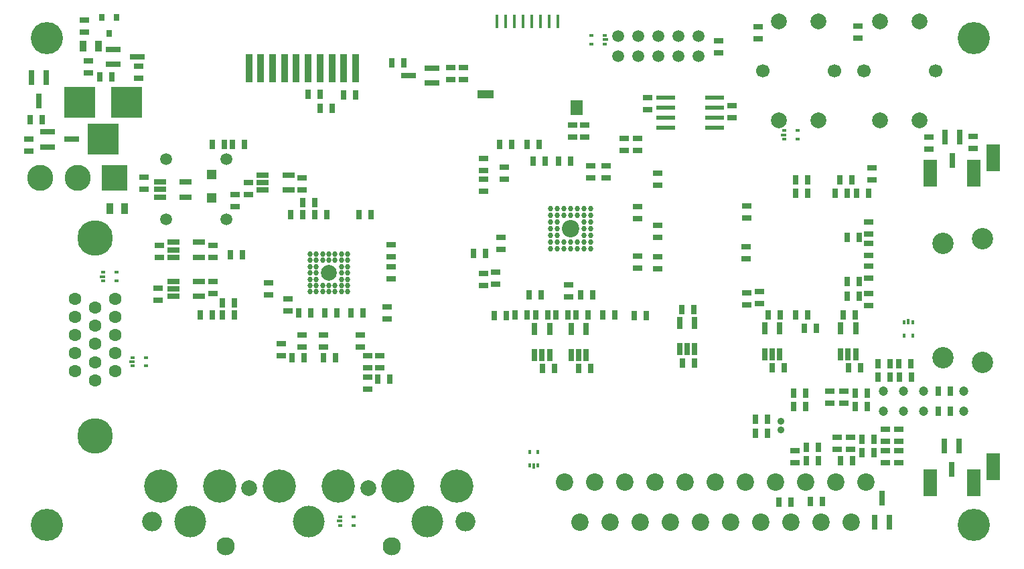
<source format=gbr>
G04 #@! TF.GenerationSoftware,KiCad,Pcbnew,5.1.9+dfsg1-1*
G04 #@! TF.CreationDate,2021-07-22T10:59:42+03:00*
G04 #@! TF.ProjectId,ossc_board,6f737363-5f62-46f6-9172-642e6b696361,rev?*
G04 #@! TF.SameCoordinates,Original*
G04 #@! TF.FileFunction,Soldermask,Bot*
G04 #@! TF.FilePolarity,Negative*
%FSLAX46Y46*%
G04 Gerber Fmt 4.6, Leading zero omitted, Abs format (unit mm)*
G04 Created by KiCad (PCBNEW 5.1.9+dfsg1-1) date 2021-07-22 10:59:42*
%MOMM*%
%LPD*%
G01*
G04 APERTURE LIST*
%ADD10R,0.800000X0.900000*%
%ADD11R,0.500000X0.380000*%
%ADD12R,0.650000X0.300000*%
%ADD13R,0.635000X1.143000*%
%ADD14C,1.500000*%
%ADD15R,0.800000X1.900000*%
%ADD16R,1.560000X0.650000*%
%ADD17C,1.200000*%
%ADD18R,1.143000X0.635000*%
%ADD19R,0.889000X1.397000*%
%ADD20R,1.900000X0.800000*%
%ADD21R,1.300000X1.300000*%
%ADD22R,0.380000X0.500000*%
%ADD23R,0.300000X0.650000*%
%ADD24C,1.506220*%
%ADD25C,4.064000*%
%ADD26R,0.650000X1.560000*%
%ADD27R,1.500000X1.900000*%
%ADD28R,2.000000X1.000000*%
%ADD29R,0.400000X1.750000*%
%ADD30C,1.600000*%
%ADD31C,4.500000*%
%ADD32C,2.200000*%
%ADD33C,1.700000*%
%ADD34C,2.000000*%
%ADD35R,2.350000X0.600000*%
%ADD36C,4.200000*%
%ADD37O,2.500000X2.500000*%
%ADD38C,4.000000*%
%ADD39C,2.300000*%
%ADD40R,4.000000X4.000000*%
%ADD41R,1.700000X3.500000*%
%ADD42C,3.300000*%
%ADD43R,3.300000X3.300000*%
%ADD44R,0.900000X3.600000*%
%ADD45C,0.690000*%
%ADD46C,2.700000*%
%ADD47C,0.900000*%
G04 APERTURE END LIST*
D10*
X18020000Y-17930000D03*
X19920000Y-17930000D03*
X18970000Y-19930000D03*
D11*
X79890000Y-20220000D03*
X79890000Y-21300000D03*
D12*
X81670000Y-20760000D03*
D11*
X81590000Y-21300000D03*
X81590000Y-20220000D03*
X106030000Y-33360000D03*
X106030000Y-32280000D03*
D12*
X104250000Y-32820000D03*
D11*
X104330000Y-32280000D03*
X104330000Y-33360000D03*
D13*
X120362000Y-63480000D03*
X118838000Y-63480000D03*
X120352000Y-61770000D03*
X118828000Y-61770000D03*
D14*
X33804500Y-43509300D03*
X33804500Y-35889300D03*
X26184500Y-35889300D03*
X26184500Y-43509300D03*
D15*
X125560000Y-36060000D03*
X126510000Y-33060000D03*
X124610000Y-33060000D03*
D16*
X28660000Y-40680000D03*
X28660000Y-38780000D03*
X25360000Y-38780000D03*
X25360000Y-39730000D03*
X25360000Y-40680000D03*
D17*
X121920000Y-65250000D03*
X119380000Y-65250000D03*
X116840000Y-65250000D03*
X121920000Y-67790000D03*
X119380000Y-67790000D03*
X116840000Y-67790000D03*
X127000000Y-65250000D03*
X127000000Y-67790000D03*
D13*
X111428000Y-74090000D03*
X112952000Y-74090000D03*
D18*
X117120000Y-70118000D03*
X117120000Y-71642000D03*
D13*
X107078000Y-72380000D03*
X108602000Y-72380000D03*
D18*
X117110000Y-74362000D03*
X117110000Y-72838000D03*
D13*
X117652000Y-63480000D03*
X116128000Y-63480000D03*
X116128000Y-61780000D03*
X117652000Y-61780000D03*
D18*
X8820000Y-33348000D03*
X8820000Y-34872000D03*
D13*
X10532000Y-30910000D03*
X9008000Y-30910000D03*
D18*
X15830000Y-18268000D03*
X15830000Y-19792000D03*
D19*
X17592500Y-21570000D03*
X15687500Y-21570000D03*
D18*
X16310000Y-23418000D03*
X16310000Y-24942000D03*
D13*
X17788000Y-25450000D03*
X19312000Y-25450000D03*
D20*
X11190000Y-34320000D03*
X11190000Y-32420000D03*
X14190000Y-33370000D03*
D15*
X9110000Y-25550000D03*
X11010000Y-25550000D03*
X10060000Y-28550000D03*
D20*
X19490000Y-23890000D03*
X19490000Y-21990000D03*
X22490000Y-22940000D03*
X56816000Y-25317000D03*
X59816000Y-26267000D03*
X59816000Y-24367000D03*
D21*
X31940000Y-40800000D03*
X31940000Y-37800000D03*
D22*
X119450000Y-58260000D03*
X120530000Y-58260000D03*
D23*
X119990000Y-56480000D03*
D22*
X120530000Y-56560000D03*
X119450000Y-56560000D03*
D11*
X18220000Y-51300000D03*
X18220000Y-50220000D03*
D12*
X18140000Y-50760000D03*
D11*
X19920000Y-50220000D03*
X19920000Y-51300000D03*
D15*
X125490000Y-75200000D03*
X126440000Y-72200000D03*
X124540000Y-72200000D03*
D11*
X49870000Y-82260000D03*
X49870000Y-81180000D03*
D12*
X48090000Y-81720000D03*
D11*
X48170000Y-81180000D03*
X48170000Y-82260000D03*
X23660000Y-62080000D03*
X23660000Y-61000000D03*
D12*
X21880000Y-61540000D03*
D11*
X21960000Y-61000000D03*
X21960000Y-62080000D03*
D22*
X73190000Y-72950000D03*
X72110000Y-72950000D03*
D23*
X72650000Y-74730000D03*
D22*
X72110000Y-74650000D03*
X73190000Y-74650000D03*
D15*
X116680000Y-78830000D03*
X115730000Y-81830000D03*
X117630000Y-81830000D03*
D18*
X112690000Y-72662000D03*
X112690000Y-71138000D03*
D13*
X115672000Y-71400000D03*
X114148000Y-71400000D03*
X107078000Y-74080000D03*
X108602000Y-74080000D03*
X114148000Y-73090000D03*
X115672000Y-73090000D03*
X113288000Y-67220000D03*
X114812000Y-67220000D03*
X114812000Y-65480000D03*
X113288000Y-65480000D03*
D18*
X34900000Y-41932000D03*
X34900000Y-40408000D03*
X23380000Y-39712000D03*
X23380000Y-38188000D03*
D24*
X93480000Y-20320000D03*
X93480000Y-22860000D03*
X90940000Y-20320000D03*
X90940000Y-22860000D03*
X88400000Y-20320000D03*
X88400000Y-22860000D03*
X85860000Y-20320000D03*
X85860000Y-22860000D03*
X83320000Y-20320000D03*
X83320000Y-22860000D03*
D25*
X11130000Y-20600000D03*
X11130000Y-82200000D03*
X128300000Y-82200000D03*
X128300000Y-20600000D03*
D16*
X27052000Y-48320100D03*
X27052000Y-47370100D03*
X27052000Y-46420100D03*
X30352000Y-46420100D03*
X30352000Y-48320100D03*
X38336000Y-39812000D03*
X38336000Y-38862000D03*
X38336000Y-37912000D03*
X41636000Y-37912000D03*
X41636000Y-39812000D03*
D26*
X103743800Y-60603400D03*
X102793800Y-60603400D03*
X101843800Y-60603400D03*
X101843800Y-57303400D03*
X103743800Y-57303400D03*
X113340000Y-60603400D03*
X112390000Y-60603400D03*
X111440000Y-60603400D03*
X111440000Y-57303400D03*
X113340000Y-57303400D03*
D16*
X27052000Y-53274000D03*
X27052000Y-52324000D03*
X27052000Y-51374000D03*
X30352000Y-51374000D03*
X30352000Y-53274000D03*
D26*
X74650000Y-60674600D03*
X73700000Y-60674600D03*
X72750000Y-60674600D03*
X72750000Y-57374600D03*
X74650000Y-57374600D03*
X79256000Y-60652600D03*
X78306000Y-60652600D03*
X77356000Y-60652600D03*
X77356000Y-57352600D03*
X79256000Y-57352600D03*
X92984000Y-59928000D03*
X92034000Y-59928000D03*
X91084000Y-59928000D03*
X91084000Y-56628000D03*
X92984000Y-56628000D03*
D27*
X78088000Y-29405000D03*
D28*
X66588000Y-27655000D03*
D29*
X75688000Y-18430000D03*
X74588000Y-18430000D03*
X73488000Y-18430000D03*
X72388000Y-18430000D03*
X71288000Y-18430000D03*
X70188000Y-18430000D03*
X69088000Y-18430000D03*
X67988000Y-18430000D03*
D30*
X17155500Y-59295400D03*
X17155500Y-57005400D03*
X17155500Y-54715400D03*
X19695500Y-62735400D03*
X19695500Y-60445400D03*
X19695500Y-58155400D03*
X19695500Y-55865400D03*
X19695500Y-53575400D03*
X17155500Y-63875400D03*
X17155500Y-61585400D03*
X14615500Y-62735400D03*
X14615500Y-60445400D03*
X14615500Y-58155400D03*
X14615500Y-55865400D03*
X14615500Y-53575400D03*
D31*
X17155500Y-70915400D03*
X17155500Y-45915400D03*
D32*
X112754600Y-81821200D03*
X110849600Y-76741200D03*
X108944600Y-81821200D03*
X107039600Y-76741200D03*
X105134600Y-81821200D03*
X103229600Y-76741200D03*
X101324600Y-81821200D03*
X99419600Y-76741200D03*
X97514600Y-81821200D03*
X95609600Y-76741200D03*
X93704600Y-81821200D03*
X91799600Y-76741200D03*
X78464600Y-81821200D03*
X87989600Y-76741200D03*
X89894600Y-81821200D03*
X84179600Y-76741200D03*
X86084600Y-81821200D03*
X80369600Y-76741200D03*
X82274600Y-81821200D03*
X76559600Y-76741200D03*
X114659600Y-76741200D03*
D33*
X101631000Y-24700000D03*
X110631000Y-24700000D03*
D34*
X108631000Y-30950000D03*
X103631000Y-30950000D03*
X108631000Y-18450000D03*
X103631000Y-18450000D03*
D33*
X114418000Y-24700000D03*
X123418000Y-24700000D03*
D34*
X121418000Y-30950000D03*
X116418000Y-30950000D03*
X121418000Y-18450000D03*
X116418000Y-18450000D03*
D35*
X95490300Y-28104200D03*
X95490300Y-29374200D03*
X95490300Y-30644200D03*
X95490300Y-31914200D03*
X89290300Y-31914200D03*
X89290300Y-30644200D03*
X89290300Y-29374200D03*
X89290300Y-28104200D03*
D36*
X40446000Y-77276200D03*
X47946000Y-77276200D03*
D37*
X24396000Y-81776200D03*
X63996000Y-81776200D03*
D38*
X59196000Y-81776200D03*
X44196000Y-81776200D03*
X29196000Y-81776200D03*
D36*
X32946000Y-77276200D03*
X25446000Y-77276200D03*
X62946000Y-77276200D03*
X55446000Y-77276200D03*
D39*
X54729380Y-84920720D03*
X33662620Y-84920720D03*
D34*
X36696000Y-77576200D03*
X51696000Y-77576200D03*
D40*
X21202140Y-28649000D03*
X15202660Y-28649000D03*
X18202400Y-33348000D03*
D19*
X19037500Y-42110000D03*
X20942500Y-42110000D03*
D18*
X40688600Y-60743200D03*
X40688600Y-59219200D03*
X46060000Y-59700000D03*
X46060000Y-58176000D03*
D13*
X30480000Y-55626000D03*
X32004000Y-55626000D03*
D18*
X81788000Y-38252400D03*
X81788000Y-36728400D03*
X79806800Y-36728400D03*
X79806800Y-38252400D03*
X77089000Y-51790600D03*
X77089000Y-53314600D03*
X87043600Y-29628200D03*
X87043600Y-28104200D03*
X96000000Y-22462000D03*
X96000000Y-20938000D03*
X77567000Y-33111000D03*
X77567000Y-31587000D03*
X79116000Y-33111000D03*
X79116000Y-31587000D03*
X97686200Y-30618800D03*
X97686200Y-29094800D03*
D13*
X113438000Y-40200000D03*
X114962000Y-40200000D03*
D18*
X22730000Y-25672000D03*
X22730000Y-24148000D03*
X41564900Y-53593100D03*
X41564900Y-55117100D03*
D13*
X112230000Y-53221000D03*
X113754000Y-53221000D03*
X112227000Y-51407000D03*
X113751000Y-51407000D03*
X112235000Y-45811000D03*
X113759000Y-45811000D03*
X34572000Y-34046000D03*
X36096000Y-34046000D03*
D18*
X113629000Y-19004000D03*
X113629000Y-20528000D03*
X100988000Y-19157000D03*
X100988000Y-20681000D03*
D13*
X34300500Y-48017800D03*
X35824500Y-48017800D03*
D18*
X63749000Y-24315000D03*
X63749000Y-25839000D03*
X53142000Y-62271000D03*
X53142000Y-60747000D03*
D13*
X54483000Y-63764000D03*
X52959000Y-63764000D03*
D18*
X62133000Y-24323000D03*
X62133000Y-25847000D03*
D13*
X56232000Y-23694000D03*
X54708000Y-23694000D03*
D18*
X115410000Y-38482000D03*
X115410000Y-36958000D03*
D13*
X42111000Y-60997200D03*
X43635000Y-60997200D03*
X46073400Y-60997200D03*
X47597400Y-60997200D03*
X42926000Y-55372000D03*
X44450000Y-55372000D03*
X49530000Y-55372000D03*
X51054000Y-55372000D03*
X46228000Y-55372000D03*
X47752000Y-55372000D03*
D18*
X54102000Y-56134000D03*
X54102000Y-54610000D03*
D13*
X33274000Y-55626000D03*
X34798000Y-55626000D03*
X33274000Y-54102000D03*
X34798000Y-54102000D03*
D18*
X39116000Y-51562000D03*
X39116000Y-53086000D03*
X54610000Y-51054000D03*
X54610000Y-49530000D03*
X54610000Y-48260000D03*
X54610000Y-46736000D03*
D13*
X33490000Y-34046000D03*
X31966000Y-34046000D03*
X52070000Y-42926000D03*
X50546000Y-42926000D03*
X43434000Y-41402000D03*
X44958000Y-41402000D03*
X46482000Y-42926000D03*
X44958000Y-42926000D03*
X45659000Y-29444000D03*
X47183000Y-29444000D03*
X50137400Y-27761300D03*
X48613400Y-27761300D03*
D18*
X25296200Y-46824000D03*
X25296200Y-48348000D03*
X36593000Y-40401000D03*
X36593000Y-38877000D03*
X32065300Y-48309900D03*
X32065300Y-46785900D03*
X43365000Y-39807000D03*
X43365000Y-38283000D03*
X25187000Y-53777000D03*
X25187000Y-52253000D03*
X84115000Y-34773000D03*
X84115000Y-33249000D03*
D13*
X77262000Y-36100000D03*
X75738000Y-36100000D03*
X71838000Y-34061000D03*
X73362000Y-34061000D03*
X69863000Y-34064000D03*
X68339000Y-34064000D03*
D18*
X85786000Y-34768000D03*
X85786000Y-33244000D03*
D13*
X74062000Y-36100000D03*
X72538000Y-36100000D03*
D18*
X66300000Y-35838000D03*
X66300000Y-37362000D03*
X88300000Y-39162000D03*
X88300000Y-37638000D03*
X66300000Y-39962000D03*
X66300000Y-38438000D03*
X68524000Y-45796000D03*
X68524000Y-47320000D03*
X88300000Y-45762000D03*
X88300000Y-44238000D03*
D13*
X44117600Y-27710500D03*
X45641600Y-27710500D03*
D18*
X85800000Y-49662000D03*
X85800000Y-48138000D03*
X88300000Y-49762000D03*
X88300000Y-48238000D03*
X66300000Y-51862000D03*
X66300000Y-50338000D03*
D13*
X85338000Y-55700000D03*
X86862000Y-55700000D03*
X78538000Y-53100000D03*
X80062000Y-53100000D03*
X72038000Y-53100000D03*
X73562000Y-53100000D03*
X69162000Y-55700000D03*
X67638000Y-55700000D03*
X82850000Y-55621000D03*
X81326000Y-55621000D03*
X75457000Y-55625000D03*
X76981000Y-55625000D03*
X70238000Y-55630000D03*
X71762000Y-55630000D03*
X107262000Y-55600000D03*
X105738000Y-55600000D03*
X108362000Y-57300000D03*
X106838000Y-57300000D03*
D18*
X115000000Y-52938000D03*
X115000000Y-54462000D03*
X99600000Y-52838000D03*
X99600000Y-54362000D03*
X115000000Y-50962000D03*
X115000000Y-49438000D03*
X115000000Y-48062000D03*
X115000000Y-46538000D03*
X99500000Y-48462000D03*
X99500000Y-46938000D03*
X115000000Y-45362000D03*
X115000000Y-43838000D03*
X99600000Y-41838000D03*
X99600000Y-43362000D03*
D13*
X105738000Y-38500000D03*
X107262000Y-38500000D03*
X107262000Y-40200000D03*
X105738000Y-40200000D03*
X110738000Y-40200000D03*
X112262000Y-40200000D03*
X112862000Y-38500000D03*
X111338000Y-38500000D03*
X104323000Y-62316000D03*
X102799000Y-62316000D03*
X113929000Y-62311000D03*
X112405000Y-62311000D03*
X103762000Y-55600000D03*
X102238000Y-55600000D03*
X113320600Y-55600600D03*
X111796600Y-55600600D03*
X79859000Y-62395600D03*
X78335000Y-62395600D03*
X92964000Y-61696600D03*
X91440000Y-61696600D03*
X75230000Y-62390600D03*
X73706000Y-62390600D03*
D18*
X32105600Y-52908200D03*
X32105600Y-51384200D03*
D13*
X74447400Y-55630000D03*
X72923400Y-55630000D03*
X79522000Y-55625000D03*
X77998000Y-55625000D03*
X92862400Y-54914800D03*
X91338400Y-54914800D03*
D18*
X68935600Y-36931600D03*
X68935600Y-38455600D03*
X85800000Y-43462000D03*
X85800000Y-41938000D03*
X43312000Y-58167000D03*
X43312000Y-59691000D03*
X50703000Y-58177800D03*
X50703000Y-59701800D03*
X51656000Y-60747000D03*
X51656000Y-62271000D03*
X51664000Y-63482000D03*
X51664000Y-65006000D03*
X67807000Y-51694000D03*
X67807000Y-50170000D03*
D13*
X66553000Y-47859000D03*
X65029000Y-47859000D03*
X43429000Y-42896000D03*
X41905000Y-42896000D03*
D18*
X101150000Y-52642000D03*
X101150000Y-54166000D03*
D41*
X122806000Y-76830000D03*
X128306000Y-76830000D03*
X130706000Y-74830000D03*
D42*
X10266000Y-38298000D03*
X14966000Y-38298000D03*
D43*
X19666000Y-38298000D03*
D44*
X50126200Y-24406600D03*
X48626200Y-24406600D03*
X41126200Y-24406600D03*
X42626200Y-24406600D03*
X44126200Y-24406600D03*
X45626200Y-24406600D03*
X39626200Y-24406600D03*
X38126200Y-24406600D03*
X36626200Y-24406600D03*
X47126200Y-24406600D03*
D13*
X102182000Y-70580000D03*
X100658000Y-70580000D03*
X102172000Y-68840000D03*
X100648000Y-68840000D03*
D18*
X110070000Y-66752000D03*
X110070000Y-65228000D03*
X111820000Y-66752000D03*
X111820000Y-65228000D03*
D13*
X106982000Y-65510000D03*
X105458000Y-65510000D03*
X106982000Y-67240000D03*
X105458000Y-67240000D03*
D18*
X118810000Y-72838000D03*
X118810000Y-74362000D03*
X110990000Y-72662000D03*
X110990000Y-71138000D03*
X118810000Y-71642000D03*
X118810000Y-70118000D03*
X105640000Y-72818000D03*
X105640000Y-74342000D03*
D41*
X122798000Y-37676000D03*
X128298000Y-37676000D03*
X130698000Y-35676000D03*
D45*
X79850000Y-42150000D03*
X79850000Y-43000000D03*
X79850000Y-43850000D03*
X79850000Y-44700000D03*
X79850000Y-45550000D03*
X79850000Y-46400000D03*
X79850000Y-47250000D03*
X79000000Y-42150000D03*
X79000000Y-43000000D03*
X79000000Y-43850000D03*
X79000000Y-44700000D03*
X79000000Y-45550000D03*
X79000000Y-46400000D03*
X79000000Y-47250000D03*
X78150000Y-42150000D03*
X78150000Y-43000000D03*
X78150000Y-46400000D03*
X78150000Y-47250000D03*
X77300000Y-42150000D03*
X77300000Y-43000000D03*
X77300000Y-46400000D03*
X77300000Y-47250000D03*
X76450000Y-42150000D03*
X76450000Y-43000000D03*
X76450000Y-46400000D03*
X76450000Y-47250000D03*
X75600000Y-42150000D03*
X75600000Y-43000000D03*
X75600000Y-43850000D03*
X75600000Y-44700000D03*
X75600000Y-45550000D03*
X75600000Y-46400000D03*
X75600000Y-47250000D03*
X74750000Y-42150000D03*
X74750000Y-43000000D03*
X74750000Y-43850000D03*
X74750000Y-44700000D03*
X74750000Y-45550000D03*
X74750000Y-46400000D03*
X74750000Y-47250000D03*
D32*
X77300000Y-44700000D03*
D45*
X44336000Y-52692000D03*
X44336000Y-51892000D03*
X44336000Y-51092000D03*
X44336000Y-50292000D03*
X44336000Y-49492000D03*
X44336000Y-48692000D03*
X44336000Y-47892000D03*
X45136000Y-52692000D03*
X45136000Y-51892000D03*
X45136000Y-51092000D03*
X45136000Y-50292000D03*
X45136000Y-49492000D03*
X45136000Y-48692000D03*
X45136000Y-47892000D03*
X45936000Y-52692000D03*
X45936000Y-51892000D03*
X45936000Y-48692000D03*
X45936000Y-47892000D03*
X46736000Y-52692000D03*
X46736000Y-51892000D03*
X46736000Y-48692000D03*
X46736000Y-47892000D03*
X47536000Y-52692000D03*
X47536000Y-51892000D03*
X47536000Y-48692000D03*
X47536000Y-47892000D03*
X48336000Y-52692000D03*
X48336000Y-51892000D03*
X48336000Y-51092000D03*
X48336000Y-50292000D03*
X48336000Y-49492000D03*
X48336000Y-48692000D03*
X48336000Y-47892000D03*
X49136000Y-52692000D03*
X49136000Y-51892000D03*
X49136000Y-51092000D03*
X49136000Y-50292000D03*
X49136000Y-49492000D03*
X49136000Y-48692000D03*
X49136000Y-47892000D03*
D34*
X46736000Y-50292000D03*
D46*
X124400000Y-46550000D03*
X124400000Y-61050000D03*
X129350000Y-61650000D03*
X129350000Y-45950000D03*
D18*
X128180000Y-33028000D03*
X128180000Y-34552000D03*
X122560000Y-33078000D03*
X122560000Y-34602000D03*
D13*
X123768000Y-65260000D03*
X125292000Y-65260000D03*
X107628000Y-79270000D03*
X109152000Y-79270000D03*
X125302000Y-67770000D03*
X123778000Y-67770000D03*
X105182000Y-79280000D03*
X103658000Y-79280000D03*
D47*
X103861000Y-70197000D03*
X103861000Y-69097000D03*
M02*

</source>
